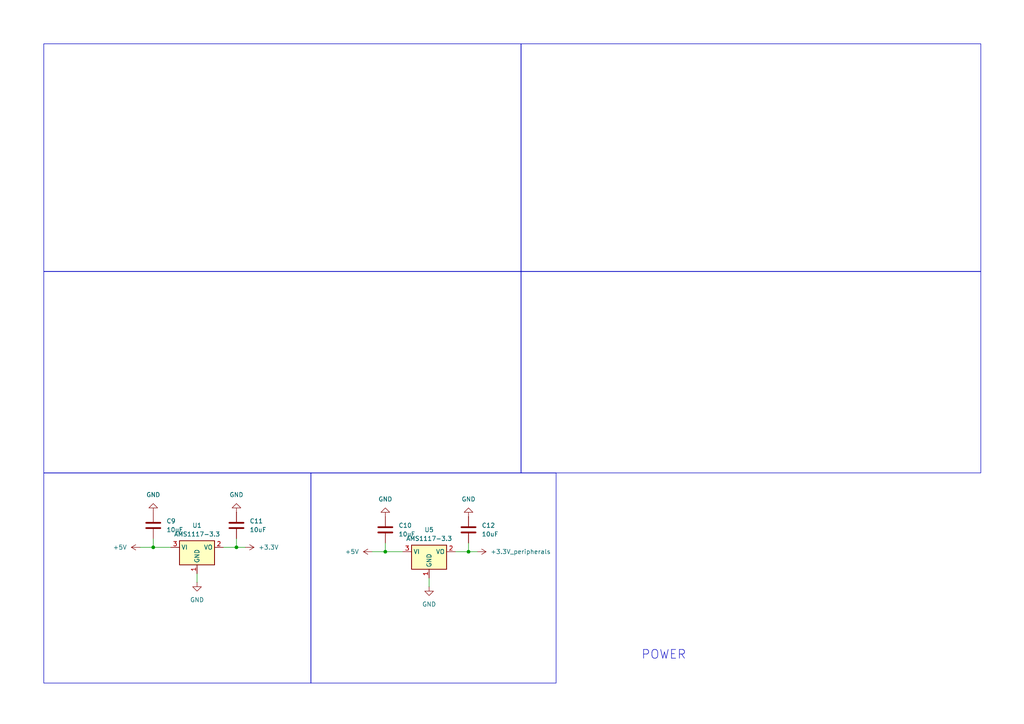
<source format=kicad_sch>
(kicad_sch (version 20250114) (generator "eeschema") (generator_version "9.0")
  (paper "A4")
  (lib_symbols
    (symbol "Device:C" (pin_numbers (hide yes)) (pin_names (offset 0.254))
      (property "Reference" "C" (at 0.635 2.54 0))
      (property "Value" "C" (at 0.635 -2.54 0))
      (symbol "C_0_1"
        (polyline (pts (xy -2.032 0.762) (xy 2.032 0.762)) (stroke (width 0.508)))
        (polyline (pts (xy -2.032 -0.762) (xy 2.032 -0.762)) (stroke (width 0.508)))
      )
      (symbol "C_1_1"
        (pin passive line (at 0 3.81 270) (length 2.794) (name "~") (number "1"))
        (pin passive line (at 0 -3.81 90) (length 2.794) (name "~") (number "2"))
      )
    )
    (symbol "Regulator_Linear:AMS1117-3.3"
      (property "Reference" "U" (at -3.81 3.175 0))
      (property "Value" "AMS1117-3.3" (at 0 3.175 0))
      (symbol "AMS1117-3.3_0_1"
        (rectangle (start -5.08 -5.08) (end 5.08 1.905) (stroke (width 0.254)) (fill (type background)))
      )
      (symbol "AMS1117-3.3_1_1"
        (pin power_in line (at -7.62 0 0) (length 2.54) (name "VI") (number "3"))
        (pin power_in line (at 0 -7.62 90) (length 2.54) (name "GND") (number "1"))
        (pin power_out line (at 7.62 0 180) (length 2.54) (name "VO") (number "2"))
      )
    )
    (symbol "power:+3.3V" (power) (pin_numbers (hide yes)) (pin_names (offset 0) (hide yes))
      (property "Value" "+3.3V" (at 0 3.556 0))
      (symbol "+3.3V_0_1"
        (polyline (pts (xy -0.762 1.27) (xy 0 2.54)))
        (polyline (pts (xy 0 2.54) (xy 0.762 1.27)))
        (polyline (pts (xy 0 0) (xy 0 2.54)))
      )
      (symbol "+3.3V_1_1"
        (pin power_in line (at 0 0 90) (length 0) (name "~") (number "1"))
      )
    )
    (symbol "power:+5V" (power) (pin_numbers (hide yes)) (pin_names (offset 0) (hide yes))
      (property "Value" "+5V" (at 0 3.556 0))
      (symbol "+5V_0_1"
        (polyline (pts (xy -0.762 1.27) (xy 0 2.54)))
        (polyline (pts (xy 0 2.54) (xy 0.762 1.27)))
        (polyline (pts (xy 0 0) (xy 0 2.54)))
      )
      (symbol "+5V_1_1"
        (pin power_in line (at 0 0 90) (length 0) (name "~") (number "1"))
      )
    )
    (symbol "power:GND" (power) (pin_numbers (hide yes)) (pin_names (offset 0) (hide yes))
      (property "Value" "GND" (at 0 -3.81 0))
      (symbol "GND_0_1"
        (polyline (pts (xy 0 0) (xy 0 -1.27) (xy 1.27 -1.27) (xy 0 -2.54) (xy -1.27 -1.27) (xy 0 -1.27)))
      )
      (symbol "GND_1_1"
        (pin power_in line (at 0 0 270) (length 0) (name "~") (number "1"))
      )
    )
  )
  (rectangle (start 90.17 137.16) (end 161.29 198.12))
  (rectangle (start 12.7 78.74) (end 151.13 137.16))
  (rectangle (start 12.7 12.7) (end 151.13 78.74))
  (rectangle (start 151.13 12.7) (end 284.48 78.74))
  (rectangle (start 12.7 137.16) (end 90.17 198.12))
  (rectangle (start 151.13 78.74) (end 284.48 137.16))
  (text "POWER\n" (at 192.532 189.992 0) (effects (font (size 2.54 2.54))))
  (junction (at 111.76 160.02))
  (junction (at 44.45 158.75))
  (junction (at 135.89 160.02))
  (junction (at 68.58 158.75))
  (wire (pts (xy 111.76 157.48) (xy 111.76 160.02)))
  (wire (pts (xy 132.08 160.02) (xy 135.89 160.02)))
  (wire (pts (xy 44.45 158.75) (xy 49.53 158.75)))
  (wire (pts (xy 107.95 160.02) (xy 111.76 160.02)))
  (wire (pts (xy 68.58 156.21) (xy 68.58 158.75)))
  (wire (pts (xy 44.45 156.21) (xy 44.45 158.75)))
  (wire (pts (xy 64.77 158.75) (xy 68.58 158.75)))
  (wire (pts (xy 135.89 160.02) (xy 138.43 160.02)))
  (wire (pts (xy 124.46 167.64) (xy 124.46 170.18)))
  (wire (pts (xy 111.76 160.02) (xy 116.84 160.02)))
  (wire (pts (xy 135.89 157.48) (xy 135.89 160.02)))
  (wire (pts (xy 40.64 158.75) (xy 44.45 158.75)))
  (wire (pts (xy 57.15 166.37) (xy 57.15 168.91)))
  (wire (pts (xy 68.58 158.75) (xy 71.12 158.75)))
  (symbol (lib_id "power:GND") (at 135.89 149.86 180) (unit 1)
    (property "Reference" "#PWR022" (effects (hide yes)))
    (property "Value" "GND" (at 135.89 144.78 0))
    (property "Description" "Power symbol creates a global label with name \"GND\" , ground" (effects (hide yes)))
  )
  (symbol (lib_id "Device:C") (at 111.76 153.67 0) (unit 1)
    (property "Reference" "C10" (at 115.57 152.3999 0) (effects (justify left)))
    (property "Value" "10uF" (at 115.57 154.9399 0) (effects (justify left)))
    (property "Footprint" "Capacitor_SMD:C_0603_1608Metric_Pad1.08x0.95mm_HandSolder" (effects (hide yes)))
    (property "Description" "Unpolarized capacitor" (effects (hide yes)))
  )
  (symbol (lib_id "power:+5V") (at 40.64 158.75 90) (unit 1)
    (property "Reference" "#PWR046" (effects (hide yes)))
    (property "Value" "+5V" (at 36.83 158.7499 90) (effects (justify left)))
    (property "Description" "Power symbol creates a global label with name \"+5V\"" (effects (hide yes)))
  )
  (symbol (lib_id "power:GND") (at 124.46 170.18 0) (unit 1)
    (property "Reference" "#PWR021" (effects (hide yes)))
    (property "Value" "GND" (at 124.46 175.26 0))
    (property "Description" "Power symbol creates a global label with name \"GND\" , ground" (effects (hide yes)))
  )
  (symbol (lib_id "power:+5V") (at 107.95 160.02 90) (unit 1)
    (property "Reference" "#PWR012" (effects (hide yes)))
    (property "Value" "+5V" (at 104.14 160.0199 90) (effects (justify left)))
    (property "Description" "Power symbol creates a global label with name \"+5V\"" (effects (hide yes)))
  )
  (symbol (lib_id "Device:C") (at 44.45 152.4 0) (unit 1)
    (property "Reference" "C9" (at 48.26 151.1299 0) (effects (justify left)))
    (property "Value" "10uF" (at 48.26 153.6699 0) (effects (justify left)))
    (property "Footprint" "Capacitor_SMD:C_0603_1608Metric_Pad1.08x0.95mm_HandSolder" (effects (hide yes)))
    (property "Description" "Unpolarized capacitor" (effects (hide yes)))
  )
  (symbol (lib_id "Regulator_Linear:AMS1117-3.3") (at 124.46 160.02 0) (unit 1)
    (property "Reference" "U5" (at 124.46 153.67 0))
    (property "Value" "AMS1117-3.3" (at 124.46 156.21 0))
    (property "Footprint" "Package_TO_SOT_SMD:SOT-223-3_TabPin2" (effects (hide yes)))
    (property "Datasheet" "http://www.advanced-monolithic.com/pdf/ds1117.pdf" (effects (hide yes)))
    (property "Description" "1A Low Dropout regulator, positive, 3.3V fixed output, SOT-223" (effects (hide yes)))
  )
  (symbol (lib_id "power:GND") (at 57.15 168.91 0) (unit 1)
    (property "Reference" "#PWR019" (effects (hide yes)))
    (property "Value" "GND" (at 57.15 173.99 0))
    (property "Description" "Power symbol creates a global label with name \"GND\" , ground" (effects (hide yes)))
  )
  (symbol (lib_id "power:+3.3V") (at 138.43 160.02 270) (unit 1)
    (property "Reference" "#PWR023" (effects (hide yes)))
    (property "Value" "+3.3V_peripherals" (at 142.24 160.0199 90) (effects (justify left)))
    (property "Description" "Power symbol creates a global label with name \"+3.3V\"" (effects (hide yes)))
  )
  (symbol (lib_id "power:GND") (at 111.76 149.86 180) (unit 1)
    (property "Reference" "#PWR018" (effects (hide yes)))
    (property "Value" "GND" (at 111.76 144.78 0))
    (property "Description" "Power symbol creates a global label with name \"GND\" , ground" (effects (hide yes)))
  )
  (symbol (lib_id "Device:C") (at 68.58 152.4 0) (unit 1)
    (property "Reference" "C11" (at 72.39 151.1299 0) (effects (justify left)))
    (property "Value" "10uF" (at 72.39 153.6699 0) (effects (justify left)))
    (property "Footprint" "Capacitor_SMD:C_0603_1608Metric_Pad1.08x0.95mm_HandSolder" (effects (hide yes)))
    (property "Description" "Unpolarized capacitor" (effects (hide yes)))
  )
  (symbol (lib_id "Regulator_Linear:AMS1117-3.3") (at 57.15 158.75 0) (unit 1)
    (property "Reference" "U1" (at 57.15 152.4 0))
    (property "Value" "AMS1117-3.3" (at 57.15 154.94 0))
    (property "Footprint" "Package_TO_SOT_SMD:SOT-223-3_TabPin2" (effects (hide yes)))
    (property "Datasheet" "http://www.advanced-monolithic.com/pdf/ds1117.pdf" (effects (hide yes)))
    (property "Description" "1A Low Dropout regulator, positive, 3.3V fixed output, SOT-223" (effects (hide yes)))
  )
  (symbol (lib_id "power:GND") (at 44.45 148.59 180) (unit 1)
    (property "Reference" "#PWR017" (effects (hide yes)))
    (property "Value" "GND" (at 44.45 143.51 0))
    (property "Description" "Power symbol creates a global label with name \"GND\" , ground" (effects (hide yes)))
  )
  (symbol (lib_id "power:GND") (at 68.58 148.59 180) (unit 1)
    (property "Reference" "#PWR020" (effects (hide yes)))
    (property "Value" "GND" (at 68.58 143.51 0))
    (property "Description" "Power symbol creates a global label with name \"GND\" , ground" (effects (hide yes)))
  )
  (symbol (lib_id "Device:C") (at 135.89 153.67 0) (unit 1)
    (property "Reference" "C12" (at 139.7 152.3999 0) (effects (justify left)))
    (property "Value" "10uF" (at 139.7 154.9399 0) (effects (justify left)))
    (property "Footprint" "Capacitor_SMD:C_0603_1608Metric_Pad1.08x0.95mm_HandSolder" (effects (hide yes)))
    (property "Description" "Unpolarized capacitor" (effects (hide yes)))
  )
  (symbol (lib_id "power:+3.3V") (at 71.12 158.75 270) (unit 1)
    (property "Reference" "#PWR043" (effects (hide yes)))
    (property "Value" "+3.3V" (at 74.93 158.7499 90) (effects (justify left)))
    (property "Description" "Power symbol creates a global label with name \"+3.3V\"" (effects (hide yes)))
  )
)
</source>
